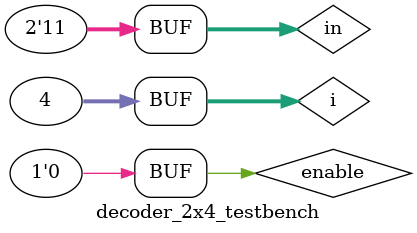
<source format=sv>
module decoder_2x4 (in, out, enable);

input enable;
input [1:0] in;
output logic [3:0] out;

logic [1:0] enable_int;

decoder_1x2 d0 (.in(in[0]), .out(out[1:0]), .enable(enable_int[0]));
decoder_1x2 d1 (.in(in[0]), .out(out[3:2]), .enable(enable_int[1]));

decoder_1x2 d_int (.in(in[1]), .out(enable_int), .enable(enable));

endmodule

module decoder_2x4_testbench ();
    logic enable;
    logic [1:0] in;
    logic [3:0] out;

    integer i;

    decoder_2x4 dut (.in(in), .out(out), .enable(enable));

    initial begin
        enable = 1;
        for (i=0; i<4; i=i+1) begin
            in = i;
        end

        enable = 0;
        for (i=0; i<4; i=i+1) begin
            in = i;
        end
    end
endmodule

</source>
